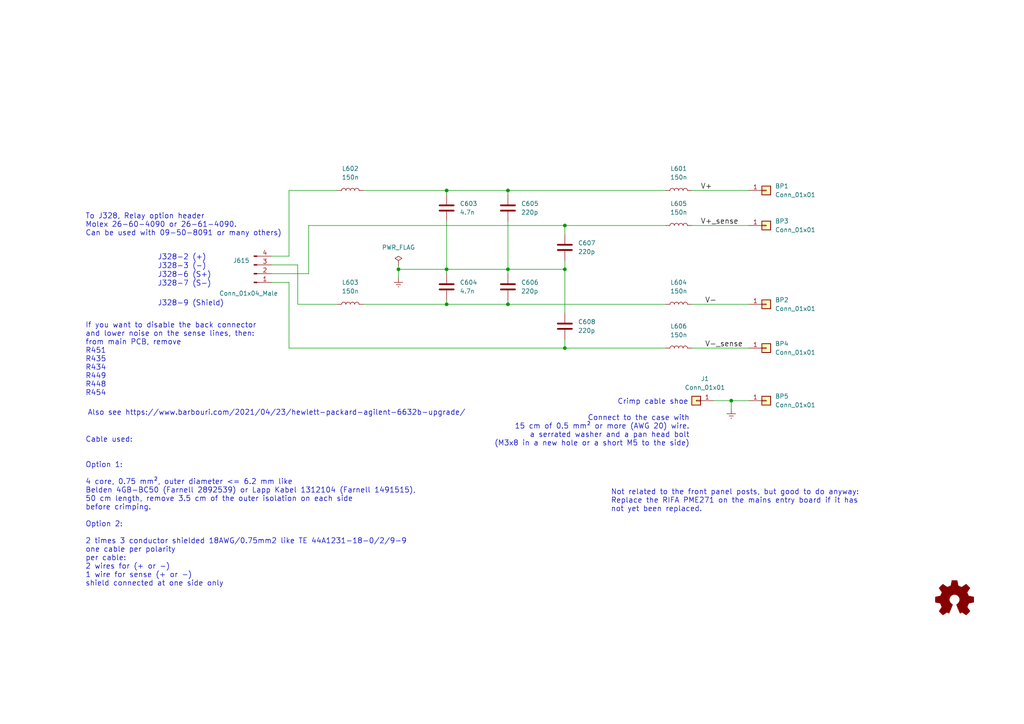
<source format=kicad_sch>
(kicad_sch (version 20211123) (generator eeschema)
  (paper "A4")
  (title_block (title "HP 6632B Front Panel Binding Posts PCB") (date "2022-09-18") (rev "v2.0") (comment 1 "Copyright (©) 2020, Patrick Baus <patrick.baus@physik.tu-darmstadt.de>") (comment 2 "Schema slightly, but PCB thoroughly adapted by Hans Boot") (comment 3 "Licensed under CERN OHL v.1.2"))
  (lib_symbols
    (symbol "Connector:Conn_01x04_Male" (pin_names (offset 1.016) hide)
      (property "Reference" "J" (at 0 5.08 0))
      (property "Value" "Conn_01x04_Male" (at 0 -7.62 0))
      (symbol "Conn_01x04_Male_1_1"
        (polyline (pts (xy 1.27 -5.08) (xy 0.8636 -5.08)) (stroke (width 0.1524)))
        (polyline (pts (xy 1.27 -2.54) (xy 0.8636 -2.54)) (stroke (width 0.1524)))
        (polyline (pts (xy 1.27 0) (xy 0.8636 0)) (stroke (width 0.1524)))
        (polyline (pts (xy 1.27 2.54) (xy 0.8636 2.54)) (stroke (width 0.1524)))
        (rectangle (start 0.8636 -4.953) (end 0 -5.207) (stroke (width 0.1524)) (fill (type outline)))
        (rectangle (start 0.8636 -2.413) (end 0 -2.667) (stroke (width 0.1524)) (fill (type outline)))
        (rectangle (start 0.8636 0.127) (end 0 -0.127) (stroke (width 0.1524)) (fill (type outline)))
        (rectangle (start 0.8636 2.667) (end 0 2.413) (stroke (width 0.1524)) (fill (type outline)))
        (pin passive line (at 5.08 2.54 180) (length 3.81) (name "Pin_1") (number "1"))
        (pin passive line (at 5.08 0 180) (length 3.81) (name "Pin_2") (number "2"))
        (pin passive line (at 5.08 -2.54 180) (length 3.81) (name "Pin_3") (number "3"))
        (pin passive line (at 5.08 -5.08 180) (length 3.81) (name "Pin_4") (number "4"))
      )
    )
    (symbol "Connector_Generic:Conn_01x01" (pin_names (offset 1.016) hide)
      (property "Reference" "J" (at 0 2.54 0))
      (property "Value" "Conn_01x01" (at 0 -2.54 0))
      (symbol "Conn_01x01_1_1"
        (rectangle (start -1.27 0.127) (end 0 -0.127) (stroke (width 0.1524)))
        (rectangle (start -1.27 1.27) (end 1.27 -1.27) (stroke (width 0.254)) (fill (type background)))
        (pin passive line (at -5.08 0 0) (length 3.81) (name "Pin_1") (number "1"))
      )
    )
    (symbol "Device:C" (pin_numbers hide) (pin_names (offset 0.254))
      (property "Reference" "C" (at 0.635 2.54 0))
      (property "Value" "C" (at 0.635 -2.54 0))
      (symbol "C_0_1"
        (polyline (pts (xy -2.032 -0.762) (xy 2.032 -0.762)) (stroke (width 0.508)))
        (polyline (pts (xy -2.032 0.762) (xy 2.032 0.762)) (stroke (width 0.508)))
      )
      (symbol "C_1_1"
        (pin passive line (at 0 3.81 270) (length 2.794) (name "~") (number "1"))
        (pin passive line (at 0 -3.81 90) (length 2.794) (name "~") (number "2"))
      )
    )
    (symbol "Device:L" (pin_numbers hide) (pin_names (offset 1.016) hide)
      (property "Reference" "L" (at -1.27 0 90))
      (property "Value" "L" (at 1.905 0 90))
      (symbol "L_0_1"
        (arc (start 0 -2.54) (mid 0.635 -1.905) (end 0 -1.27))
        (arc (start 0 -1.27) (mid 0.635 -0.635) (end 0 0))
        (arc (start 0 0) (mid 0.635 0.635) (end 0 1.27))
        (arc (start 0 1.27) (mid 0.635 1.905) (end 0 2.54))
      )
      (symbol "L_1_1"
        (pin passive line (at 0 3.81 270) (length 1.27) (name "1") (number "1"))
        (pin passive line (at 0 -3.81 90) (length 1.27) (name "2") (number "2"))
      )
    )
    (symbol "Graphic:Logo_Open_Hardware_Small" (pin_names (offset 1.016))
      (symbol "Logo_Open_Hardware_Small_0_1"
        (polyline (pts (xy 3.3528 -4.3434) (xy 3.302 -4.318) (xy 3.175 -4.2418) (xy 2.9972 -4.1148) (xy 2.7686 -3.9624) (xy 2.54 -3.81) (xy 2.3622 -3.7084) (xy 2.2352 -3.6068) (xy 2.1844 -3.5814) (xy 2.159 -3.6068) (xy 2.0574 -3.6576) (xy 1.905 -3.7338) (xy 1.8034 -3.7846) (xy 1.6764 -3.8354) (xy 1.6002 -3.8354) (xy 1.6002 -3.8354) (xy 1.5494 -3.7338) (xy 1.4732 -3.5306) (xy 1.3462 -3.302) (xy 1.2446 -3.0226) (xy 1.1176 -2.7178) (xy 0.9652 -2.413) (xy 0.8636 -2.1082) (xy 0.7366 -1.8288) (xy 0.6604 -1.6256) (xy 0.6096 -1.4732) (xy 0.5842 -1.397) (xy 0.5842 -1.397) (xy 0.6604 -1.3208) (xy 0.7874 -1.2446) (xy 1.0414 -1.016) (xy 1.2954 -0.6858) (xy 1.4478 -0.3302) (xy 1.524 0.0762) (xy 1.4732 0.4572) (xy 1.3208 0.8128) (xy 1.0668 1.143) (xy 0.762 1.3716) (xy 0.4064 1.524) (xy 0 1.5748) (xy -0.381 1.5494) (xy -0.7366 1.397) (xy -1.0668 1.143) (xy -1.2192 0.9906) (xy -1.397 0.6604) (xy -1.524 0.3048) (xy -1.524 0.2286) (xy -1.4986 -0.1778) (xy -1.397 -0.5334) (xy -1.1938 -0.8636) (xy -0.9144 -1.143) (xy -0.8636 -1.1684) (xy -0.7366 -1.27) (xy -0.635 -1.3462) (xy -0.5842 -1.397) (xy -1.0668 -2.5908) (xy -1.143 -2.794) (xy -1.2954 -3.1242) (xy -1.397 -3.4036) (xy -1.4986 -3.6322) (xy -1.5748 -3.7846) (xy -1.6002 -3.8354) (xy -1.6002 -3.8354) (xy -1.651 -3.8354) (xy -1.7272 -3.81) (xy -1.905 -3.7338) (xy -2.0066 -3.683) (xy -2.1336 -3.6068) (xy -2.2098 -3.5814) (xy -2.2606 -3.6068) (xy -2.3622 -3.683) (xy -2.54 -3.81) (xy -2.7686 -3.9624) (xy -2.9718 -4.0894) (xy -3.1496 -4.2164) (xy -3.302 -4.318) (xy -3.3528 -4.3434) (xy -3.3782 -4.3434) (xy -3.429 -4.318) (xy -3.5306 -4.2164) (xy -3.7084 -4.064) (xy -3.937 -3.8354) (xy -3.9624 -3.81) (xy -4.1656 -3.6068) (xy -4.318 -3.4544) (xy -4.4196 -3.3274) (xy -4.445 -3.2766) (xy -4.445 -3.2766) (xy -4.4196 -3.2258) (xy -4.318 -3.0734) (xy -4.2164 -2.8956) (xy -4.064 -2.667) (xy -3.6576 -2.0828) (xy -3.8862 -1.5494) (xy -3.937 -1.3716) (xy -4.0386 -1.1684) (xy -4.0894 -1.0414) (xy -4.1148 -0.9652) (xy -4.191 -0.9398) (xy -4.318 -0.9144) (xy -4.5466 -0.8636) (xy -4.8006 -0.8128) (xy -5.0546 -0.7874) (xy -5.2578 -0.7366) (xy -5.4356 -0.7112) (xy -5.5118 -0.6858) (xy -5.5118 -0.6858) (xy -5.5372 -0.635) (xy -5.5372 -0.5588) (xy -5.5372 -0.4318) (xy -5.5626 -0.2286) (xy -5.5626 0.0762) (xy -5.5626 0.127) (xy -5.5372 0.4064) (xy -5.5372 0.635) (xy -5.5372 0.762) (xy -5.5372 0.8382) (xy -5.5372 0.8382) (xy -5.461 0.8382) (xy -5.3086 0.889) (xy -5.08 0.9144) (xy -4.826 0.9652) (xy -4.8006 0.9906) (xy -4.5466 1.0414) (xy -4.318 1.0668) (xy -4.1656 1.1176) (xy -4.0894 1.143) (xy -4.0894 1.143) (xy -4.0386 1.2446) (xy -3.9624 1.4224) (xy -3.8608 1.6256) (xy -3.7846 1.8288) (xy -3.7084 2.0066) (xy -3.6576 2.159) (xy -3.6322 2.2098) (xy -3.6322 2.2098) (xy -3.683 2.286) (xy -3.7592 2.413) (xy -3.8862 2.5908) (xy -4.064 2.8194) (xy -4.064 2.8448) (xy -4.2164 3.0734) (xy -4.3434 3.2512) (xy -4.4196 3.3782) (xy -4.445 3.4544) (xy -4.445 3.4544) (xy -4.3942 3.5052) (xy -4.2926 3.6322) (xy -4.1148 3.81) (xy -3.937 4.0132) (xy -3.8608 4.064) (xy -3.6576 4.2926) (xy -3.5052 4.4196) (xy -3.4036 4.4958) (xy -3.3528 4.5212) (xy -3.3528 4.5212) (xy -3.302 4.4704) (xy -3.1496 4.3688) (xy -2.9718 4.2418) (xy -2.7432 4.0894) (xy -2.7178 4.0894) (xy -2.4892 3.937) (xy -2.3114 3.81) (xy -2.1844 3.7084) (xy -2.1336 3.683) (xy -2.1082 3.683) (xy -2.032 3.7084) (xy -1.8542 3.7592) (xy -1.6764 3.8354) (xy -1.4732 3.937) (xy -1.27 4.0132) (xy -1.143 4.064) (xy -1.0668 4.1148) (xy -1.0668 4.1148) (xy -1.0414 4.191) (xy -1.016 4.3434) (xy -0.9652 4.572) (xy -0.9144 4.8514) (xy -0.889 4.9022) (xy -0.8382 5.1562) (xy -0.8128 5.3848) (xy -0.7874 5.5372) (xy -0.762 5.588) (xy -0.7112 5.6134) (xy -0.5842 5.6134) (xy -0.4064 5.6134) (xy -0.1524 5.6134) (xy 0.0762 5.6134) (xy 0.3302 5.6134) (xy 0.5334 5.6134) (xy 0.6858 5.588) (xy 0.7366 5.588) (xy 0.7366 5.588) (xy 0.762 5.5118) (xy 0.8128 5.334) (xy 0.8382 5.1054) (xy 0.9144 4.826) (xy 0.9144 4.7752) (xy 0.9652 4.5212) (xy 1.016 4.2926) (xy 1.0414 4.1402) (xy 1.0668 4.0894) (xy 1.0668 4.0894) (xy 1.1938 4.0386) (xy 1.3716 3.9624) (xy 1.5748 3.8608) (xy 2.0828 3.6576) (xy 2.7178 4.0894) (xy 2.7686 4.1402) (xy 2.9972 4.2926) (xy 3.175 4.4196) (xy 3.302 4.4958) (xy 3.3782 4.5212) (xy 3.3782 4.5212) (xy 3.429 4.4704) (xy 3.556 4.3434) (xy 3.7338 4.191) (xy 3.9116 3.9878) (xy 4.064 3.8354) (xy 4.2418 3.6576) (xy 4.3434 3.556) (xy 4.4196 3.4798) (xy 4.4196 3.429) (xy 4.4196 3.4036) (xy 4.3942 3.3274) (xy 4.2926 3.2004) (xy 4.1656 2.9972) (xy 4.0132 2.794) (xy 3.8862 2.5908) (xy 3.7592 2.3876) (xy 3.6576 2.2352) (xy 3.6322 2.159) (xy 3.6322 2.1336) (xy 3.683 2.0066) (xy 3.7592 1.8288) (xy 3.8608 1.6002) (xy 4.064 1.1176) (xy 4.3942 1.0414) (xy 4.5974 1.016) (xy 4.8768 0.9652) (xy 5.1308 0.9144) (xy 5.5372 0.8382) (xy 5.5626 -0.6604) (xy 5.4864 -0.6858) (xy 5.4356 -0.6858) (xy 5.2832 -0.7366) (xy 5.0546 -0.762) (xy 4.8006 -0.8128) (xy 4.5974 -0.8636) (xy 4.3688 -0.9144) (xy 4.2164 -0.9398) (xy 4.1402 -0.9398) (xy 4.1148 -0.9652) (xy 4.064 -1.0668) (xy 3.9878 -1.2446) (xy 3.9116 -1.4478) (xy 3.81 -1.651) (xy 3.7338 -1.8542) (xy 3.683 -2.0066) (xy 3.6576 -2.0828) (xy 3.683 -2.1336) (xy 3.7846 -2.2606) (xy 3.8862 -2.4638) (xy 4.0386 -2.667) (xy 4.191 -2.8956) (xy 4.318 -3.0734) (xy 4.3942 -3.2004) (xy 4.445 -3.2766) (xy 4.4196 -3.3274) (xy 4.3434 -3.429) (xy 4.1656 -3.5814) (xy 3.937 -3.8354) (xy 3.8862 -3.8608) (xy 3.683 -4.064) (xy 3.5306 -4.2164) (xy 3.4036 -4.318) (xy 3.3528 -4.3434)) (fill (type outline)))
      )
    )
    (symbol "power:Earth" (power) (pin_names (offset 0))
      (symbol "Earth_0_1"
        (polyline (pts (xy -0.635 -1.905) (xy 0.635 -1.905)))
        (polyline (pts (xy -0.127 -2.54) (xy 0.127 -2.54)))
        (polyline (pts (xy 0 -1.27) (xy 0 0)))
        (polyline (pts (xy 1.27 -1.27) (xy -1.27 -1.27)))
      )
      (symbol "Earth_1_1"
        (pin power_in line (at 0 0 270) (length 0) hide (name "Earth") (number "1"))
      )
    )
    (symbol "power:PWR_FLAG" (power) (pin_numbers hide) (pin_names (offset 0) hide)
      (property "Value" "PWR_FLAG" (at 0 3.81 0))
      (symbol "PWR_FLAG_0_0"
        (pin power_out line (at 0 0 90) (length 0) (name "pwr") (number "1"))
      )
      (symbol "PWR_FLAG_0_1"
        (polyline (pts (xy 0 0) (xy 0 1.27) (xy -1.016 1.905) (xy 0 2.54) (xy 1.016 1.905) (xy 0 1.27)))
      )
    )
  )
  (junction (at 129.54 88.265))
  (junction (at 147.32 55.245))
  (junction (at 147.32 88.265))
  (junction (at 115.57 78.105))
  (junction (at 147.32 78.105))
  (junction (at 163.83 100.965))
  (junction (at 163.83 65.405))
  (junction (at 212.09 116.205))
  (junction (at 129.54 55.245))
  (junction (at 129.54 78.105))
  (junction (at 163.83 78.105))
  (wire (pts (xy 89.535 79.375) (xy 78.74 79.375)))
  (wire (pts (xy 83.82 74.295) (xy 83.82 55.245)))
  (wire (pts (xy 163.83 78.105) (xy 163.83 75.565)))
  (wire (pts (xy 163.83 100.965) (xy 193.04 100.965)))
  (wire (pts (xy 129.54 78.105) (xy 129.54 79.375)))
  (wire (pts (xy 147.32 78.105) (xy 147.32 79.375)))
  (wire (pts (xy 163.83 98.425) (xy 163.83 100.965)))
  (wire (pts (xy 147.32 78.105) (xy 129.54 78.105)))
  (wire (pts (xy 163.83 65.405) (xy 89.535 65.405)))
  (wire (pts (xy 115.57 78.105) (xy 129.54 78.105)))
  (wire (pts (xy 147.32 55.245) (xy 193.04 55.245)))
  (wire (pts (xy 212.09 118.745) (xy 212.09 116.205)))
  (wire (pts (xy 83.82 55.245) (xy 97.79 55.245)))
  (wire (pts (xy 86.36 88.265) (xy 97.79 88.265)))
  (wire (pts (xy 217.17 55.245) (xy 200.66 55.245)))
  (wire (pts (xy 115.57 80.645) (xy 115.57 78.105)))
  (wire (pts (xy 129.54 55.245) (xy 105.41 55.245)))
  (wire (pts (xy 217.17 88.265) (xy 200.66 88.265)))
  (wire (pts (xy 217.17 65.405) (xy 200.66 65.405)))
  (wire (pts (xy 147.32 78.105) (xy 163.83 78.105)))
  (wire (pts (xy 147.32 64.135) (xy 147.32 78.105)))
  (wire (pts (xy 89.535 65.405) (xy 89.535 79.375)))
  (wire (pts (xy 200.66 100.965) (xy 217.17 100.965)))
  (wire (pts (xy 163.83 67.945) (xy 163.83 65.405)))
  (wire (pts (xy 147.32 86.995) (xy 147.32 88.265)))
  (wire (pts (xy 86.36 76.835) (xy 86.36 88.265)))
  (wire (pts (xy 86.36 76.835) (xy 78.74 76.835)))
  (wire (pts (xy 193.04 65.405) (xy 163.83 65.405)))
  (wire (pts (xy 78.74 81.915) (xy 83.82 81.915)))
  (wire (pts (xy 129.54 56.515) (xy 129.54 55.245)))
  (wire (pts (xy 83.82 74.295) (xy 78.74 74.295)))
  (wire (pts (xy 83.82 100.965) (xy 163.83 100.965)))
  (wire (pts (xy 83.82 81.915) (xy 83.82 100.965)))
  (wire (pts (xy 115.57 76.835) (xy 115.57 78.105)))
  (wire (pts (xy 129.54 64.135) (xy 129.54 78.105)))
  (wire (pts (xy 129.54 88.265) (xy 147.32 88.265)))
  (wire (pts (xy 129.54 55.245) (xy 147.32 55.245)))
  (wire (pts (xy 207.01 116.205) (xy 212.09 116.205)))
  (wire (pts (xy 129.54 88.265) (xy 105.41 88.265)))
  (wire (pts (xy 212.09 116.205) (xy 217.17 116.205)))
  (wire (pts (xy 147.32 88.265) (xy 193.04 88.265)))
  (wire (pts (xy 163.83 78.105) (xy 163.83 90.805)))
  (wire (pts (xy 147.32 56.515) (xy 147.32 55.245)))
  (wire (pts (xy 129.54 86.995) (xy 129.54 88.265)))
  (text "J328-6 (S+)" (at 45.72 80.645 0) (effects (font (size 1.524 1.524)) (justify left bottom)))
  (text "J328-2 (+)" (at 45.72 75.565 0) (effects (font (size 1.524 1.524)) (justify left bottom)))
  (text "Connect to the case with\n15 cm of 0.5 mm² or more (AWG 20) wire.\na serrated washer and a pan head bolt\n(M3x8 in a new hole or a short M5 to the side)" (at 200.025 129.54 0) (effects (font (size 1.524 1.524)) (justify right bottom)))
  (text "J328-3 (-)" (at 45.72 78.105 0) (effects (font (size 1.524 1.524)) (justify left bottom)))
  (text "J328-7 (S-)" (at 45.72 83.185 0) (effects (font (size 1.524 1.524)) (justify left bottom)))
  (text "To J328, Relay option header\nMolex 26-60-4090 or 26-61-4090. \nCan be used with 09-50-8091 or many others)" (at 24.765 68.58 0) (effects (font (size 1.524 1.524)) (justify left bottom)))
  (text "Cable used: \n\n\nOption 1: \n\n4 core, 0.75 mm², outer diameter <= 6.2 mm like\nBelden 4GB-BC50 (Farnell 2892539) or Lapp Kabel 1312104 (Farnell 1491515),\n50 cm length, remove 3.5 cm of the outer isolation on each side\nbefore crimping.\n\nOption 2:\n\n2 times 3 conductor shielded 18AWG/0.75mm2 like TE 44A1231-18-0/2/9-9\none cable per polarity\nper cable:\n2 wires for (+ or -)\n1 wire for sense (+ or -)\nshield connected at one side only" (at 24.765 170.18 0) (effects (font (size 1.524 1.524)) (justify left bottom)))
  (text "Crimp cable shoe" (at 179.07 117.475 0) (effects (font (size 1.524 1.524)) (justify left bottom)))
  (text "Also see https://www.barbouri.com/2021/04/23/hewlett-packard-agilent-6632b-upgrade/" (at 25.4 120.65 0) (effects (font (size 1.524 1.524)) (justify left bottom)))
  (text "Not related to the front panel posts, but good to do anyway:\nReplace the RIFA PME271 on the mains entry board if it has \nnot yet been replaced." (at 177.165 148.59 0) (effects (font (size 1.524 1.524)) (justify left bottom)))
  (text "J328-9 (Shield)" (at 45.72 88.9 0) (effects (font (size 1.524 1.524)) (justify left bottom)))
  (text "If you want to disable the back connector \nand lower noise on the sense lines, then:\nfrom main PCB, remove\nR451\nR435\nR434\nR449\nR448\nR454" (at 24.765 114.935 0) (effects (font (size 1.524 1.524)) (justify left bottom)))
  (label "V-_sense" (at 204.47 100.965 0) (effects (font (size 1.524 1.524))))
  (label "V+_sense" (at 203.2 65.405 0) (effects (font (size 1.524 1.524))))
  (label "V-" (at 204.47 88.265 0) (effects (font (size 1.524 1.524))))
  (label "V+" (at 203.2 55.245 0) (effects (font (size 1.524 1.524))))
  (symbol (lib_id "Graphic:Logo_Open_Hardware_Small") (at 276.86 173.99 0) (unit 1)
    (property "Reference" "LOGO1" (effects hide))
    (property "Value" "Logo_Open_Hardware_Small" (effects hide))
    (property "Footprint" "Symbol:OSHW-Logo_7.5x8mm_SilkScreen" (effects hide))
    (property "fit_field" "DNF" (effects hide))
    (property "DNP" "1" (effects hide))
  )
  (symbol (lib_id "Device:C") (at 129.54 60.325 0) (unit 1)
    (property "Reference" "C603" (at 133.35 59.055 0) (effects (justify left)))
    (property "Value" "4.7n" (at 133.35 61.595 0) (effects (justify left)))
    (property "Footprint" "Capacitor_THT:C_Rect_L13.0mm_W5.0mm_P10.00mm_FKS3_FKP3_MKS4" (effects hide))
    (property "MFN" "Kemet" (effects hide))
    (property "PN" "R413F147000M1K, R413F1470DQM1K" (effects hide))
  )
  (symbol (lib_id "Device:C") (at 129.54 83.185 0) (unit 1)
    (property "Reference" "C604" (at 133.35 81.915 0) (effects (justify left)))
    (property "Value" "4.7n" (at 133.35 84.455 0) (effects (justify left)))
    (property "Footprint" "Capacitor_THT:C_Rect_L13.0mm_W5.0mm_P10.00mm_FKS3_FKP3_MKS4" (effects hide))
    (property "MFN" "Kemet" (effects hide))
    (property "PN" "R413F147000M1K, R413F1470DQM1K" (effects hide))
  )
  (symbol (lib_id "Device:C") (at 147.32 60.325 0) (unit 1)
    (property "Reference" "C605" (at 151.13 59.055 0) (effects (justify left)))
    (property "Value" "220p" (at 151.13 61.595 0) (effects (justify left)))
    (property "Footprint" "Capacitor_THT:C_Disc_D7.5mm_W4.4mm_P5.00mm" (effects hide))
    (property "MFN" "Vishay" (effects hide))
    (property "PN" "F221K25Y5RN6UK5R or F221K29Y5RP6UK5R" (effects hide))
  )
  (symbol (lib_id "Device:C") (at 147.32 83.185 0) (unit 1)
    (property "Reference" "C606" (at 151.13 81.915 0) (effects (justify left)))
    (property "Value" "220p" (at 151.13 84.455 0) (effects (justify left)))
    (property "Footprint" "Capacitor_THT:C_Disc_D7.5mm_W4.4mm_P5.00mm" (effects hide))
    (property "MFN" "Vishay" (effects hide))
    (property "PN" "F221K25Y5RN6UK5R or F221K29Y5RP6UK5R" (effects hide))
  )
  (symbol (lib_id "power:Earth") (at 115.57 80.645 0) (unit 1)
    (property "Reference" "#PWR0101" (effects hide))
    (property "Value" "Earth" (effects hide))
  )
  (symbol (lib_id "Connector_Generic:Conn_01x01") (at 222.25 55.245 0) (unit 1)
    (property "Reference" "BP1" (at 224.79 53.975 0) (effects (justify left)))
    (property "Value" "Conn_01x01" (at 224.79 56.515 0) (effects (justify left)))
    (property "Footprint" "MountingHole:MountingHole_3.5mm_Pad" (effects hide))
    (property "MFN" "Pomona" (effects hide))
    (property "PN" "4243-0" (effects hide))
  )
  (symbol (lib_id "Connector_Generic:Conn_01x01") (at 222.25 88.265 0) (unit 1)
    (property "Reference" "BP2" (at 224.79 86.995 0) (effects (justify left)))
    (property "Value" "Conn_01x01" (at 224.79 89.535 0) (effects (justify left)))
    (property "Footprint" "MountingHole:MountingHole_3.5mm_Pad" (effects hide))
    (property "DNP" "1" (effects hide))
    (property "Config" "dnp" (effects hide))
  )
  (symbol (lib_id "Device:L") (at 101.6 55.245 90) (unit 1)
    (property "Reference" "L602" (at 101.6 48.895 90))
    (property "Value" "150n" (at 101.6 51.435 90))
    (property "Footprint" "Inductor_SMD:L_1008_2520Metric_Pad1.43x2.20mm_HandSolder" (effects hide))
    (property "MFN" "TDK" (effects hide))
    (property "PN" "TFM252012ALMAR15MTAA" (effects hide))
  )
  (symbol (lib_id "Connector:Conn_01x04_Male") (at 73.66 79.375 0) (mirror x) (unit 1)
    (property "Reference" "J615" (at 72.39 75.565 0) (effects (justify right)))
    (property "Value" "Conn_01x04_Male" (at 80.645 85.09 0) (effects (justify right)))
    (property "Footprint" "Connector_Molex:Molex_KK-396_A-41791-0004_1x04_P3.96mm_Vertical" (effects hide))
    (property "MFN" "Molex" (effects hide))
    (property "PN" "26-60-4040;09-50-8041:2;08-52-0071:8" (effects hide))
    (property "Note" "Also needed: Molex 09-50-8041 and 08-52-0071" (effects hide))
  )
  (symbol (lib_id "Device:L") (at 101.6 88.265 90) (unit 1)
    (property "Reference" "L603" (at 101.6 81.915 90))
    (property "Value" "150n" (at 101.6 84.455 90))
    (property "Footprint" "Inductor_SMD:L_1008_2520Metric_Pad1.43x2.20mm_HandSolder" (effects hide))
    (property "MFN" "TDK" (effects hide))
    (property "PN" "TFM252012ALMAR15MTAA" (effects hide))
  )
  (symbol (lib_id "Device:L") (at 196.85 55.245 90) (unit 1)
    (property "Reference" "L601" (at 196.85 48.895 90))
    (property "Value" "150n" (at 196.85 51.435 90))
    (property "Footprint" "Inductor_SMD:L_1008_2520Metric_Pad1.43x2.20mm_HandSolder" (effects hide))
    (property "MFN" "TDK" (effects hide))
    (property "PN" "TFM252012ALMAR15MTAA" (effects hide))
  )
  (symbol (lib_id "Device:L") (at 196.85 88.265 90) (unit 1)
    (property "Reference" "L604" (at 196.85 81.915 90))
    (property "Value" "150n" (at 196.85 84.455 90))
    (property "Footprint" "Inductor_SMD:L_1008_2520Metric_Pad1.43x2.20mm_HandSolder" (effects hide))
    (property "MFN" "TDK" (effects hide))
    (property "PN" "TFM252012ALMAR15MTAA" (effects hide))
  )
  (symbol (lib_id "Connector_Generic:Conn_01x01") (at 222.25 65.405 0) (unit 1)
    (property "Reference" "BP3" (at 224.79 64.135 0) (effects (justify left)))
    (property "Value" "Conn_01x01" (at 224.79 66.675 0) (effects (justify left)))
    (property "Footprint" "MountingHole:MountingHole_3.5mm_Pad" (effects hide))
    (property "MFN" "Pomona" (effects hide))
    (property "PN" "4243-0" (effects hide))
  )
  (symbol (lib_id "Device:L") (at 196.85 65.405 90) (unit 1)
    (property "Reference" "L605" (at 196.85 59.055 90))
    (property "Value" "150n" (at 196.85 61.595 90))
    (property "Footprint" "Inductor_SMD:L_1008_2520Metric_Pad1.43x2.20mm_HandSolder" (effects hide))
    (property "MFN" "TDK" (effects hide))
    (property "PN" "TFM252012ALMAR15MTAA" (effects hide))
  )
  (symbol (lib_id "Device:L") (at 196.85 100.965 90) (unit 1)
    (property "Reference" "L606" (at 196.85 94.615 90))
    (property "Value" "150n" (at 196.85 97.155 90))
    (property "Footprint" "Inductor_SMD:L_1008_2520Metric_Pad1.43x2.20mm_HandSolder" (effects hide))
    (property "MFN" "TDK" (effects hide))
    (property "PN" "TFM252012ALMAR15MTAA" (effects hide))
  )
  (symbol (lib_id "Connector_Generic:Conn_01x01") (at 222.25 100.965 0) (unit 1)
    (property "Reference" "BP4" (at 224.79 99.695 0) (effects (justify left)))
    (property "Value" "Conn_01x01" (at 224.79 102.235 0) (effects (justify left)))
    (property "Footprint" "MountingHole:MountingHole_3.5mm_Pad" (effects hide))
    (property "DNP" "1" (effects hide))
    (property "Config" "dnp" (effects hide))
  )
  (symbol (lib_id "Device:C") (at 163.83 71.755 0) (unit 1)
    (property "Reference" "C607" (at 167.64 70.485 0) (effects (justify left)))
    (property "Value" "220p" (at 167.64 73.025 0) (effects (justify left)))
    (property "Footprint" "Capacitor_THT:C_Disc_D7.5mm_W4.4mm_P5.00mm" (effects hide))
    (property "MFN" "Vishay" (effects hide))
    (property "PN" "F221K25Y5RN6UK5R or F221K29Y5RP6UK5R" (effects hide))
  )
  (symbol (lib_id "Device:C") (at 163.83 94.615 0) (unit 1)
    (property "Reference" "C608" (at 167.64 93.345 0) (effects (justify left)))
    (property "Value" "220p" (at 167.64 95.885 0) (effects (justify left)))
    (property "Footprint" "Capacitor_THT:C_Disc_D7.5mm_W4.4mm_P5.00mm" (effects hide))
    (property "MFN" "Vishay" (effects hide))
    (property "PN" "F221K25Y5RN6UK5R or F221K29Y5RP6UK5R" (effects hide))
  )
  (symbol (lib_id "Connector_Generic:Conn_01x01") (at 222.25 116.205 0) (unit 1)
    (property "Reference" "BP5" (at 224.79 114.935 0) (effects (justify left)))
    (property "Value" "Conn_01x01" (at 224.79 117.475 0) (effects (justify left)))
    (property "Footprint" "MountingHole:MountingHole_3.5mm_Pad" (effects hide))
    (property "MFN" "Pomona" (effects hide))
    (property "PN" "3760-5" (effects hide))
  )
  (symbol (lib_id "power:Earth") (at 212.09 118.745 0) (unit 1)
    (property "Reference" "#PWR0102" (effects hide))
    (property "Value" "Earth" (effects hide))
  )
  (symbol (lib_id "Connector_Generic:Conn_01x01") (at 201.93 116.205 180) (unit 1)
    (property "Reference" "J1" (at 204.47 109.855 0))
    (property "Value" "Conn_01x01" (at 204.47 112.395 0))
    (property "Footprint" "TestPoint:TestPoint_THTPad_D4.0mm_Drill2.0mm" (effects hide))
    (property "MFN" "RS PRO" (effects hide))
    (property "Vendor" "RS Components" (effects hide))
    (property "rs#" "433-028" (effects hide))
    (property "PN" "433-028" (effects hide))
  )
  (symbol (lib_id "power:PWR_FLAG") (at 115.57 76.835 0) (unit 1)
    (property "Reference" "#FLG0101" (effects hide))
    (property "Value" "PWR_FLAG" (at 115.57 71.755 0))
  )
)
</source>
